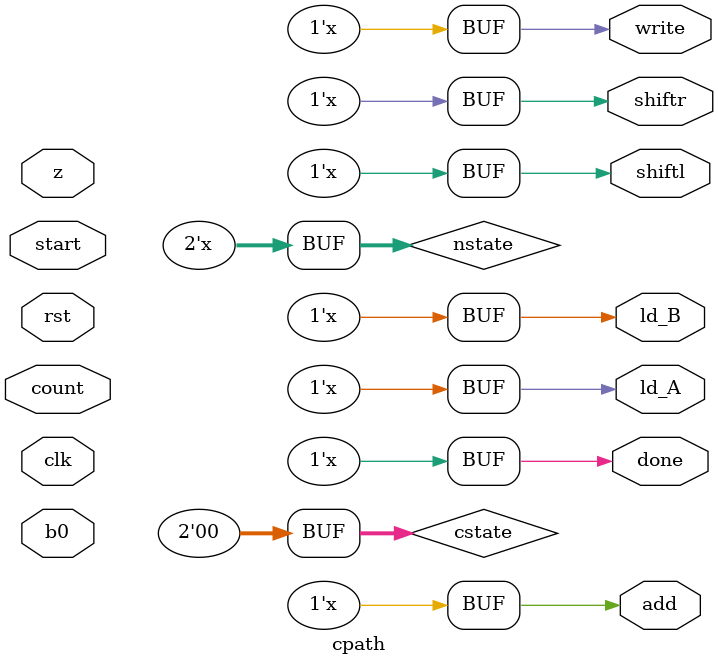
<source format=v>


module shiftadd_mul(clk,rst,start,count,mlr,mld,prod);
    input clk,rst,start;
    input [4:0]count;
    input signed[15:0]mlr,mld;
    output signed[15:0]prod;

    wire ld_A,ld_B,write,add,shiftr,shiftl,z,b0,done;
    dpath dp1(clk,rst,mld,ld_A,mlr,ld_B,prod,write,add,shiftr,shiftl,z,b0,done);
    cpath cp1(clk,rst,count,start,ld_A,ld_B,write,add,shiftr,shiftl,z,b0,done);
endmodule

module dpath(clk,rst,A,ld_A,B,ld_B,prod,write,add,shiftr,shiftl,z,b0,done);
    input clk,rst,add,write,shiftr,shiftl,ld_A,ld_B,done;
    input signed[15:0]A,B;
    output signed[15:0]prod;
    output z,b0;    
    
    wire signed[15:0]Aout,Pin,Bout,Pout;
    register A_reg(clk,rst,A,ld_A,shiftl,1'b0,Aout);
    add ad1(Aout,prod,add,Pin);
    register P_reg(clk,rst,Pin,write,1'b0,1'b0,prod);
    register B_reg(clk,rst,B,ld_B,1'b0,shiftr,Bout);
    assign z=~|Bout;
    assign b0=Bout[0];
endmodule

module add(in1,in2,add,out);
    input signed[15:0]in1,in2;
    input add;
    output reg signed[15:0]out;
    always@(in1 or in2 or add)
        if(add)
            out=in1+in2;
        else
            out=0;
endmodule

module register(clk,rst,in,load,shiftl,shiftr,out);
    input clk,rst,load,shiftl,shiftr;
    input signed[15:0]in;
    output reg signed[15:0]out;
    always@(posedge clk) begin
        if(rst)
            out<=0;
        else if (load)
            out<=in;
        else if(shiftl)
            out<=out<<1;
        else if(shiftr)
            out<=out>>1;
        else
            out<=out;
    end
endmodule


module cpath(clk,rst,count,start,ld_A,ld_B,write,add,shiftr,shiftl,z,b0,done);
    input clk,rst,start,z,b0;
    input [4:0]count;
    output reg ld_A,ld_B,write,add,shiftr,shiftl,done;
    parameter S0=0,S1=1,S2=2,S3=3;   
    reg [1:0]cstate,nstate;
    always@(posedge clk)begin
        if(rst)
            cstate<=S0;
        else
            cstate<=nstate;
    end
    always@(cstate or start or z or count)begin
       case(cstate)
            S0:begin
                if(!start) 
                    nstate=S0;
                else
                    nstate=S1;       
               end
            S1: nstate=S2;
            S2:begin
                if(z)
                    nstate=S3;
                else
                    nstate=S2;
            end
            S3:begin
                if(count==17)
                    nstate=S1;
                else
                    nstate=S3;
            end
        default:cstate=S0;
        endcase 
    end
    always@(cstate or b0 or count)begin
       case(cstate)
         S0:begin
               ld_A=0;ld_B=0;write=0;
               add=0;shiftr=0;shiftl=0;done=0;
            end
        S1:begin
               ld_A=1;ld_B=1;write=0;
               add=0;shiftr=0;shiftl=0;done=0;
           end
        S2:begin
              ld_A=0;ld_B=0;shiftr=1;shiftl=1;done=0;
              if(b0)begin
                 add=1;write=1;end
              else begin 
                 add=0;write=0;end
           end
        S3:begin 
               ld_A=0;ld_B=0;write=0;
               add=0;shiftr=0;shiftl=0;           
               if(count==17) done=1;
               else done=0;
           end   
        default:cstate=S0;
        endcase        
    end
endmodule

</source>
